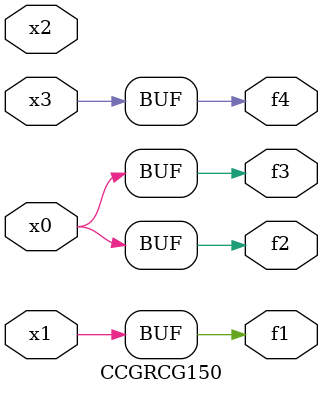
<source format=v>
module CCGRCG150(
	input x0, x1, x2, x3,
	output f1, f2, f3, f4
);
	assign f1 = x1;
	assign f2 = x0;
	assign f3 = x0;
	assign f4 = x3;
endmodule

</source>
